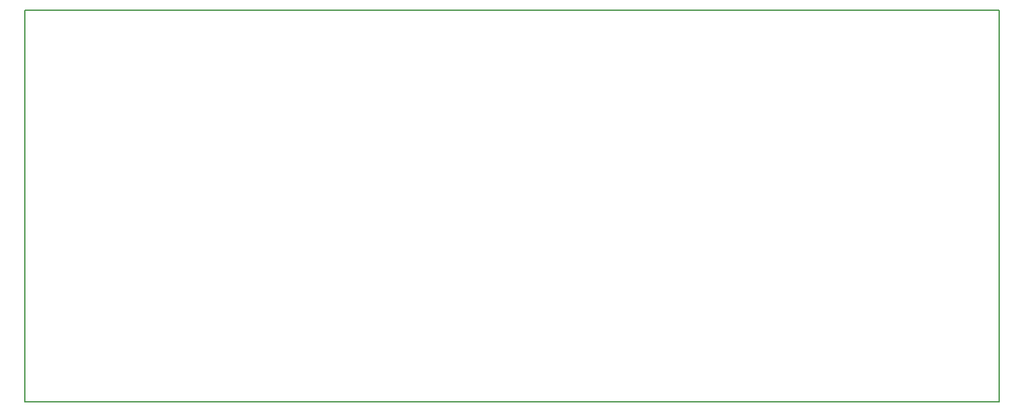
<source format=gm1>
G04 #@! TF.FileFunction,Profile,NP*
%FSLAX46Y46*%
G04 Gerber Fmt 4.6, Leading zero omitted, Abs format (unit mm)*
G04 Created by KiCad (PCBNEW 4.0.1-3.201512221402+6198~38~ubuntu14.04.1-stable) date Fri 12 Feb 2016 10:18:42 AM MST*
%MOMM*%
G01*
G04 APERTURE LIST*
%ADD10C,0.100000*%
%ADD11C,0.150000*%
G04 APERTURE END LIST*
D10*
D11*
X96520000Y-63500000D02*
X97790000Y-63500000D01*
X96520000Y-115570000D02*
X96520000Y-63500000D01*
X226060000Y-115570000D02*
X96520000Y-115570000D01*
X226060000Y-63500000D02*
X226060000Y-115570000D01*
X96520000Y-63500000D02*
X226060000Y-63500000D01*
M02*

</source>
